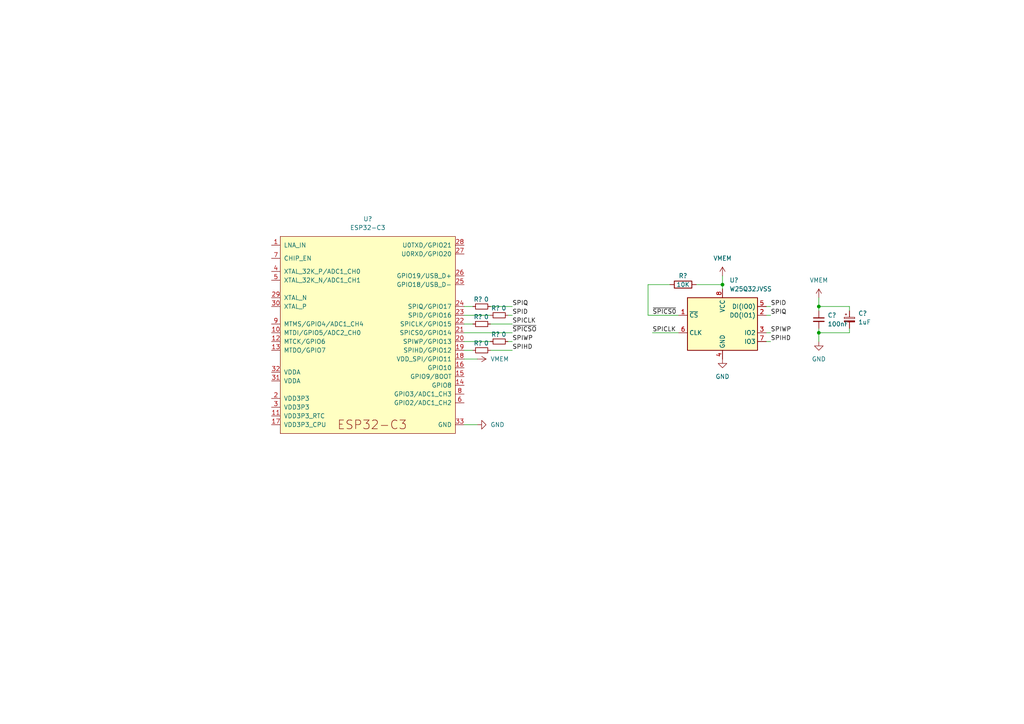
<source format=kicad_sch>
(kicad_sch (version 20211123) (generator eeschema)
  (paper "A4")
  (lib_symbols
    (symbol "Device:C_Polarized_Small" (pin_numbers hide) (pin_names (offset 0.254) hide)
      (property "Reference" "C" (at 0.254 1.778 0))
      (property "Value" "C_Polarized_Small" (at 0.254 -2.032 0))
      (symbol "C_Polarized_Small_0_1"
        (rectangle (start -1.524 -0.3048) (end 1.524 -0.6858) (fill (type outline)))
        (rectangle (start -1.524 0.6858) (end 1.524 0.3048))
        (polyline (pts (xy -1.27 1.524) (xy -0.762 1.524)))
        (polyline (pts (xy -1.016 1.27) (xy -1.016 1.778)))
      )
      (symbol "C_Polarized_Small_1_1"
        (pin passive line (at 0 2.54 270) (length 1.8542) (name "~") (number "1"))
        (pin passive line (at 0 -2.54 90) (length 1.8542) (name "~") (number "2"))
      )
    )
    (symbol "Device:C_Small" (pin_numbers hide) (pin_names (offset 0.254) hide)
      (property "Reference" "C" (at 0.254 1.778 0))
      (property "Value" "C_Small" (at 0.254 -2.032 0))
      (symbol "C_Small_0_1"
        (polyline (pts (xy -1.524 -0.508) (xy 1.524 -0.508)) (stroke (width 0.3302)))
        (polyline (pts (xy -1.524 0.508) (xy 1.524 0.508)) (stroke (width 0.3048)))
      )
      (symbol "C_Small_1_1"
        (pin passive line (at 0 2.54 270) (length 2.032) (name "~") (number "1"))
        (pin passive line (at 0 -2.54 90) (length 2.032) (name "~") (number "2"))
      )
    )
    (symbol "Device:R" (pin_numbers hide) (pin_names (offset 0))
      (property "Reference" "R" (at 2.032 0 90))
      (property "Value" "R" (at 0 0 90))
      (symbol "R_0_1"
        (rectangle (start -1.016 -2.54) (end 1.016 2.54) (stroke (width 0.254)))
      )
      (symbol "R_1_1"
        (pin passive line (at 0 3.81 270) (length 1.27) (name "~") (number "1"))
        (pin passive line (at 0 -3.81 90) (length 1.27) (name "~") (number "2"))
      )
    )
    (symbol "Device:R_Small" (pin_numbers hide) (pin_names (offset 0.254) hide)
      (property "Reference" "R" (at 0.762 0.508 0))
      (property "Value" "R_Small" (at 0.762 -1.016 0))
      (symbol "R_Small_0_1"
        (rectangle (start -0.762 1.778) (end 0.762 -1.778) (stroke (width 0.2032)))
      )
      (symbol "R_Small_1_1"
        (pin passive line (at 0 2.54 270) (length 0.762) (name "~") (number "1"))
        (pin passive line (at 0 -2.54 90) (length 0.762) (name "~") (number "2"))
      )
    )
    (symbol "Espressif:ESP32-C3" (pin_names (offset 1.016))
      (property "Reference" "U" (at 0 31.75 0))
      (property "Value" "ESP32-C3" (at 0 -27.94 0))
      (symbol "ESP32-C3_0_0"
        (text "ESP32-C3" (at 1.27 -24.13 0) (effects (font (size 2.54 2.54))))
        (pin bidirectional line (at -27.94 27.94 0) (length 2.54) (name "LNA_IN") (number "1"))
        (pin bidirectional line (at -27.94 2.54 0) (length 2.54) (name "MTDI/GPIO5/ADC2_CH0") (number "10"))
        (pin power_in line (at -27.94 -21.59 0) (length 2.54) (name "VDD3P3_RTC") (number "11"))
        (pin bidirectional line (at -27.94 0 0) (length 2.54) (name "MTCK/GPIO6") (number "12"))
        (pin bidirectional line (at -27.94 -2.54 0) (length 2.54) (name "MTDO/GPIO7") (number "13"))
        (pin bidirectional line (at 27.94 -12.7 180) (length 2.54) (name "GPIO8") (number "14"))
        (pin bidirectional line (at 27.94 -10.16 180) (length 2.54) (name "GPIO9/BOOT") (number "15"))
        (pin bidirectional line (at 27.94 -7.62 180) (length 2.54) (name "GPIO10") (number "16"))
        (pin power_in line (at -27.94 -24.13 0) (length 2.54) (name "VDD3P3_CPU") (number "17"))
        (pin bidirectional line (at 27.94 -5.08 180) (length 2.54) (name "VDD_SPI/GPIO11") (number "18"))
        (pin bidirectional line (at 27.94 -2.54 180) (length 2.54) (name "SPIHD/GPIO12") (number "19"))
        (pin power_in line (at -27.94 -16.51 0) (length 2.54) (name "VDD3P3") (number "2"))
        (pin bidirectional line (at 27.94 0 180) (length 2.54) (name "SPIWP/GPIO13") (number "20"))
        (pin bidirectional line (at 27.94 2.54 180) (length 2.54) (name "SPICS0/GPIO14") (number "21"))
        (pin bidirectional line (at 27.94 5.08 180) (length 2.54) (name "SPICLK/GPIO15") (number "22"))
        (pin bidirectional line (at 27.94 7.62 180) (length 2.54) (name "SPID/GPIO16") (number "23"))
        (pin bidirectional line (at 27.94 10.16 180) (length 2.54) (name "SPIQ/GPIO17") (number "24"))
        (pin bidirectional line (at 27.94 16.51 180) (length 2.54) (name "GPIO18/USB_D-") (number "25"))
        (pin bidirectional line (at 27.94 19.05 180) (length 2.54) (name "GPIO19/USB_D+") (number "26"))
        (pin bidirectional line (at 27.94 25.4 180) (length 2.54) (name "U0RXD/GPIO20") (number "27"))
        (pin bidirectional line (at 27.94 27.94 180) (length 2.54) (name "U0TXD/GPIO21") (number "28"))
        (pin output line (at -27.94 12.7 0) (length 2.54) (name "XTAL_N") (number "29"))
        (pin power_in line (at -27.94 -19.05 0) (length 2.54) (name "VDD3P3") (number "3"))
        (pin input line (at -27.94 10.16 0) (length 2.54) (name "XTAL_P") (number "30"))
        (pin power_in line (at -27.94 -11.43 0) (length 2.54) (name "VDDA") (number "31"))
        (pin power_in line (at -27.94 -8.89 0) (length 2.54) (name "VDDA") (number "32"))
        (pin power_in line (at 27.94 -24.13 180) (length 2.54) (name "GND") (number "33"))
        (pin output line (at -27.94 20.32 0) (length 2.54) (name "XTAL_32K_P/ADC1_CH0") (number "4"))
        (pin input line (at -27.94 17.78 0) (length 2.54) (name "XTAL_32K_N/ADC1_CH1") (number "5"))
        (pin bidirectional line (at 27.94 -17.78 180) (length 2.54) (name "GPIO2/ADC1_CH2") (number "6"))
        (pin input line (at -27.94 24.13 0) (length 2.54) (name "CHIP_EN") (number "7"))
        (pin bidirectional line (at 27.94 -15.24 180) (length 2.54) (name "GPIO3/ADC1_CH3") (number "8"))
        (pin bidirectional line (at -27.94 5.08 0) (length 2.54) (name "MTMS/GPIO4/ADC1_CH4") (number "9"))
      )
      (symbol "ESP32-C3_0_1"
        (rectangle (start -25.4 30.48) (end 25.4 -26.67) (fill (type background)))
      )
    )
    (symbol "Memory_Flash:W25Q32JVSS"
      (property "Reference" "U" (at -8.89 8.89 0))
      (property "Value" "W25Q32JVSS" (at 7.62 8.89 0))
      (symbol "W25Q32JVSS_0_1"
        (rectangle (start -10.16 7.62) (end 10.16 -7.62) (stroke (width 0.254)) (fill (type background)))
      )
      (symbol "W25Q32JVSS_1_1"
        (pin input line (at -12.7 2.54 0) (length 2.54) (name "~{CS}") (number "1"))
        (pin bidirectional line (at 12.7 2.54 180) (length 2.54) (name "DO(IO1)") (number "2"))
        (pin bidirectional line (at 12.7 -2.54 180) (length 2.54) (name "IO2") (number "3"))
        (pin power_in line (at 0 -10.16 90) (length 2.54) (name "GND") (number "4"))
        (pin bidirectional line (at 12.7 5.08 180) (length 2.54) (name "DI(IO0)") (number "5"))
        (pin input line (at -12.7 -2.54 0) (length 2.54) (name "CLK") (number "6"))
        (pin bidirectional line (at 12.7 -5.08 180) (length 2.54) (name "IO3") (number "7"))
        (pin power_in line (at 0 10.16 270) (length 2.54) (name "VCC") (number "8"))
      )
    )
    (symbol "power:GND" (power) (pin_names (offset 0))
      (property "Value" "GND" (at 0 -3.81 0))
      (symbol "GND_0_1"
        (polyline (pts (xy 0 0) (xy 0 -1.27) (xy 1.27 -1.27) (xy 0 -2.54) (xy -1.27 -1.27) (xy 0 -1.27)))
      )
      (symbol "GND_1_1"
        (pin power_in line (at 0 0 270) (length 0) hide (name "GND") (number "1"))
      )
    )
    (symbol "power:VMEM" (power) (pin_names (offset 0))
      (property "Value" "VMEM" (at 0 3.81 0))
      (symbol "VMEM_0_1"
        (polyline (pts (xy -0.762 1.27) (xy 0 2.54)))
        (polyline (pts (xy 0 0) (xy 0 2.54)))
        (polyline (pts (xy 0 2.54) (xy 0.762 1.27)))
      )
      (symbol "VMEM_1_1"
        (pin power_in line (at 0 0 90) (length 0) hide (name "VMEM") (number "1"))
      )
    )
  )
  (junction (at 209.55 82.55))
  (junction (at 237.49 96.52))
  (junction (at 237.49 88.9))
  (wire (pts (xy 137.16 88.9) (xy 134.62 88.9)))
  (wire (pts (xy 187.96 82.55) (xy 187.96 91.44)))
  (wire (pts (xy 237.49 86.36) (xy 237.49 88.9)))
  (wire (pts (xy 209.55 82.55) (xy 209.55 83.82)))
  (wire (pts (xy 148.59 88.9) (xy 142.24 88.9)))
  (wire (pts (xy 148.59 101.6) (xy 142.24 101.6)))
  (wire (pts (xy 189.23 96.52) (xy 196.85 96.52)))
  (wire (pts (xy 142.24 99.06) (xy 134.62 99.06)))
  (wire (pts (xy 194.31 82.55) (xy 187.96 82.55)))
  (wire (pts (xy 148.59 91.44) (xy 147.32 91.44)))
  (wire (pts (xy 148.59 96.52) (xy 134.62 96.52)))
  (wire (pts (xy 237.49 88.9) (xy 237.49 90.17)))
  (wire (pts (xy 223.52 96.52) (xy 222.25 96.52)))
  (wire (pts (xy 148.59 99.06) (xy 147.32 99.06)))
  (wire (pts (xy 134.62 123.19) (xy 138.43 123.19)))
  (wire (pts (xy 201.93 82.55) (xy 209.55 82.55)))
  (wire (pts (xy 237.49 88.9) (xy 246.38 88.9)))
  (wire (pts (xy 134.62 104.14) (xy 138.43 104.14)))
  (wire (pts (xy 237.49 95.25) (xy 237.49 96.52)))
  (wire (pts (xy 137.16 101.6) (xy 134.62 101.6)))
  (wire (pts (xy 223.52 99.06) (xy 222.25 99.06)))
  (wire (pts (xy 246.38 96.52) (xy 237.49 96.52)))
  (wire (pts (xy 246.38 95.25) (xy 246.38 96.52)))
  (wire (pts (xy 223.52 91.44) (xy 222.25 91.44)))
  (wire (pts (xy 142.24 91.44) (xy 134.62 91.44)))
  (wire (pts (xy 223.52 88.9) (xy 222.25 88.9)))
  (wire (pts (xy 209.55 80.01) (xy 209.55 82.55)))
  (wire (pts (xy 246.38 90.17) (xy 246.38 88.9)))
  (wire (pts (xy 187.96 91.44) (xy 196.85 91.44)))
  (wire (pts (xy 148.59 93.98) (xy 142.24 93.98)))
  (wire (pts (xy 137.16 93.98) (xy 134.62 93.98)))
  (wire (pts (xy 237.49 96.52) (xy 237.49 99.06)))
  (label "SPICLK" (at 148.59 93.98 0))
  (label "~{SPICSO}" (at 148.59 96.52 0))
  (label "SPIQ" (at 148.59 88.9 0))
  (label "SPIWP" (at 223.52 96.52 0))
  (label "SPIHD" (at 148.59 101.6 0))
  (label "SPID" (at 223.52 88.9 0))
  (label "~{SPICS0}" (at 189.23 91.44 0))
  (label "SPICLK" (at 189.23 96.52 0))
  (label "SPID" (at 148.59 91.44 0))
  (label "SPIWP" (at 148.59 99.06 0))
  (label "SPIQ" (at 223.52 91.44 0))
  (label "SPIHD" (at 223.52 99.06 0))
  (symbol (lib_id "Device:R") (at 198.12 82.55 90) (unit 1)
    (property "Reference" "R?" (at 198.12 80.01 90))
    (property "Value" "10K" (at 198.12 82.55 90))
  )
  (symbol (lib_id "Espressif:ESP32-C3") (at 106.68 99.06 0) (unit 1)
    (property "Reference" "U?" (at 106.68 63.5 0))
    (property "Value" "ESP32-C3" (at 106.68 66.04 0))
    (property "Footprint" "Package_DFN_QFN:QFN-32-1EP_5x5mm_P0.5mm_EP3.45x3.45mm" (effects hide))
    (property "Datasheet" "https://www.espressif.com/sites/default/files/documentation/esp32-c3_datasheet_en.pdf" (effects hide))
  )
  (symbol (lib_id "Device:R_Small") (at 139.7 88.9 90) (unit 1)
    (property "Reference" "R?" (at 138.6654 86.8192 90))
    (property "Value" "0" (at 141.0742 86.8192 90))
    (property "Footprint" "Resistor_SMD:R_0603_1608Metric_Pad0.98x0.95mm_HandSolder" (effects hide))
  )
  (symbol (lib_id "Device:R_Small") (at 139.7 93.98 90) (unit 1)
    (property "Reference" "R?" (at 138.6654 91.8992 90))
    (property "Value" "0" (at 141.0742 91.8992 90))
    (property "Footprint" "Resistor_SMD:R_0603_1608Metric_Pad0.98x0.95mm_HandSolder" (effects hide))
  )
  (symbol (lib_id "Device:R_Small") (at 144.78 91.44 90) (unit 1)
    (property "Reference" "R?" (at 143.7454 89.3592 90))
    (property "Value" "0" (at 146.1542 89.3592 90))
    (property "Footprint" "Resistor_SMD:R_0603_1608Metric_Pad0.98x0.95mm_HandSolder" (effects hide))
  )
  (symbol (lib_id "Device:C_Polarized_Small") (at 246.38 92.71 0) (unit 1)
    (property "Reference" "C?" (at 248.92 90.8938 0) (effects (justify left)))
    (property "Value" "1uF" (at 248.92 93.4338 0) (effects (justify left)))
  )
  (symbol (lib_id "power:GND") (at 237.49 99.06 0) (unit 1)
    (property "Reference" "#PWR?" (effects hide))
    (property "Value" "GND" (at 237.49 104.14 0))
  )
  (symbol (lib_id "power:GND") (at 209.55 104.14 0) (unit 1)
    (property "Reference" "#PWR?" (effects hide))
    (property "Value" "GND" (at 209.55 109.22 0))
  )
  (symbol (lib_id "Device:C_Small") (at 237.49 92.71 0) (unit 1)
    (property "Reference" "C?" (at 240.03 91.4462 0) (effects (justify left)))
    (property "Value" "100nF" (at 240.03 93.9862 0) (effects (justify left)))
  )
  (symbol (lib_id "Memory_Flash:W25Q32JVSS") (at 209.55 93.98 0) (unit 1)
    (property "Reference" "U?" (at 211.5694 81.28 0) (effects (justify left)))
    (property "Value" "W25Q32JVSS" (at 211.5694 83.82 0) (effects (justify left)))
    (property "Footprint" "Package_SO:SOIC-8_5.23x5.23mm_P1.27mm" (effects hide))
    (property "Datasheet" "http://www.winbond.com/resource-files/w25q32jv%20revg%2003272018%20plus.pdf" (effects hide))
  )
  (symbol (lib_id "power:VMEM") (at 138.43 104.14 270) (unit 1)
    (property "Reference" "#PWR?" (effects hide))
    (property "Value" "VMEM" (at 142.24 104.1399 90) (effects (justify left)))
  )
  (symbol (lib_id "Device:R_Small") (at 144.78 99.06 90) (unit 1)
    (property "Reference" "R?" (at 143.7454 96.9792 90))
    (property "Value" "0" (at 146.1542 96.9792 90))
    (property "Footprint" "Resistor_SMD:R_0603_1608Metric_Pad0.98x0.95mm_HandSolder" (effects hide))
  )
  (symbol (lib_id "Device:R_Small") (at 139.7 101.6 90) (unit 1)
    (property "Reference" "R?" (at 138.6654 99.5192 90))
    (property "Value" "0" (at 141.0742 99.5192 90))
    (property "Footprint" "Resistor_SMD:R_0603_1608Metric_Pad0.98x0.95mm_HandSolder" (effects hide))
  )
  (symbol (lib_id "power:VMEM") (at 237.49 86.36 0) (unit 1)
    (property "Reference" "#PWR?" (effects hide))
    (property "Value" "VMEM" (at 237.49 81.28 0))
  )
  (symbol (lib_id "power:GND") (at 138.43 123.19 90) (unit 1)
    (property "Reference" "#PWR?" (effects hide))
    (property "Value" "GND" (at 142.24 123.1899 90) (effects (justify right)))
  )
  (symbol (lib_id "power:VMEM") (at 209.55 80.01 0) (unit 1)
    (property "Reference" "#PWR?" (effects hide))
    (property "Value" "VMEM" (at 209.55 74.93 0))
  )
)
</source>
